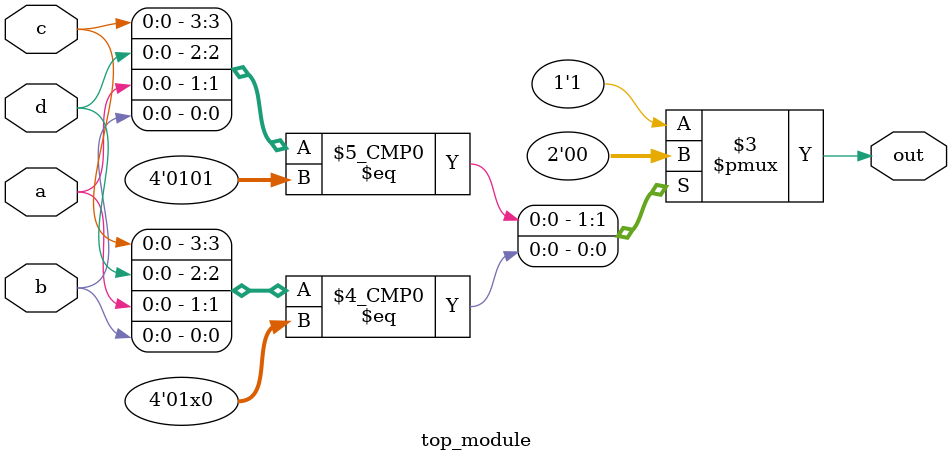
<source format=sv>
module top_module (
	input a, 
	input b,
	input c,
	input d,
	output reg out
);

 always @ (a, b, c, d) begin
   case ({c, d, a, b})
     4'b00x0: out = 1;
     4'b0101: out = 0;
     4'b00x1: out = 1;
     4'b01x0: out = 0;
     default: out = 1;
   endcase
 end

endmodule

</source>
